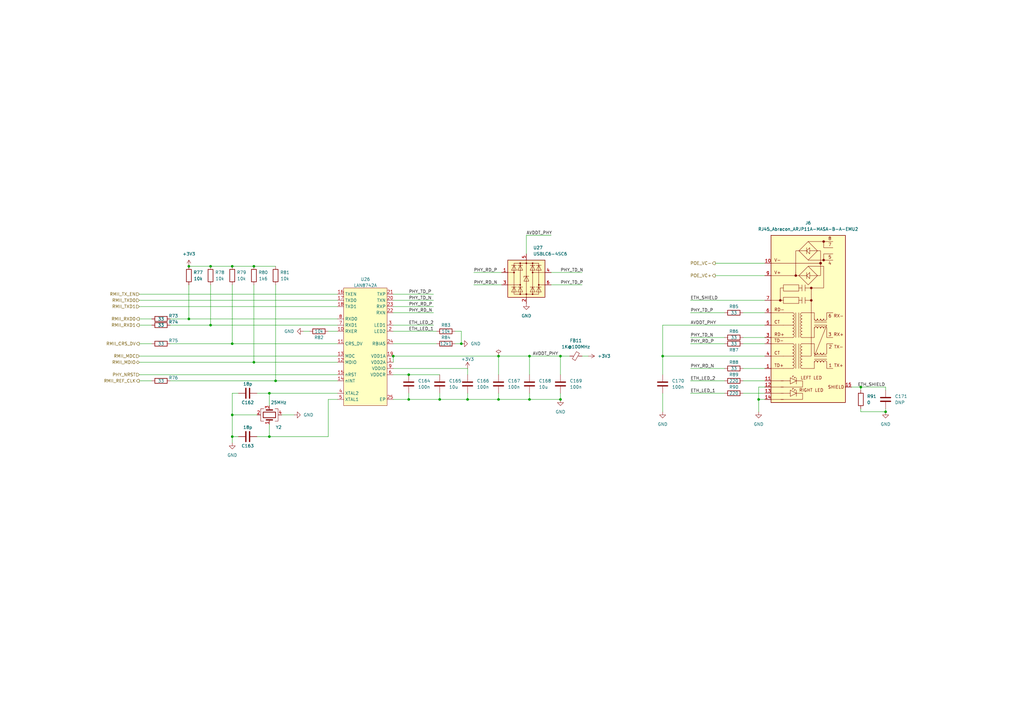
<source format=kicad_sch>
(kicad_sch (version 20211123) (generator eeschema)
  (paper "A3")
  (title_block (title "Kirdy") (date "2022-07-03") (rev "r0.1") (company "M-Labs") (comment 1 "Alex Wong Tat Hang"))
  (lib_symbols
    (symbol "Connector:RJ45_Abracon_ARJP11A-MASA-B-A-EMU2" (pin_names (offset 1.016) hide)
      (property "Reference" "J" (at 0 -38.1 0))
      (property "Value" "RJ45_Abracon_ARJP11A-MASA-B-A-EMU2" (at 0 -35.56 0))
      (symbol "RJ45_Abracon_ARJP11A-MASA-B-A-EMU2_0_0"
        (rectangle (start -15.24 -34.29) (end 15.24 34.29) (stroke (width 0.254)) (fill (type background)))
        (rectangle (start -3.81 8.89) (end -10.16 6.35))
        (polyline (pts (xy -15.24 -33.02) (xy -10.16 -33.02)))
        (polyline (pts (xy -15.24 -30.48) (xy -10.16 -30.48)))
        (polyline (pts (xy -15.24 -27.94) (xy -10.16 -27.94)))
        (polyline (pts (xy -15.24 -25.4) (xy -10.16 -25.4)))
        (polyline (pts (xy -15.24 -20.32) (xy -10.16 -20.32)))
        (polyline (pts (xy -15.24 -15.24) (xy -10.16 -15.24)))
        (polyline (pts (xy -15.24 -10.16) (xy -10.16 -10.16)))
        (polyline (pts (xy -15.24 -7.62) (xy -10.16 -7.62)))
        (polyline (pts (xy -15.24 -2.54) (xy -10.16 -2.54)))
        (polyline (pts (xy -15.24 2.54) (xy -10.16 2.54)))
        (polyline (pts (xy -15.24 22.86) (xy 5.08 22.86)))
        (polyline (pts (xy -11.43 7.62) (xy -15.24 7.62)))
        (polyline (pts (xy -11.176 -25.4) (xy -7.366 -25.4)))
        (polyline (pts (xy -10.16 7.62) (xy -11.43 7.62)))
        (polyline (pts (xy -5.08 17.78) (xy -15.24 17.78)))
        (polyline (pts (xy -5.08 17.78) (xy -3.81 17.78)))
        (polyline (pts (xy -5.08 19.05) (xy -5.08 17.78)))
        (polyline (pts (xy -3.81 7.62) (xy -2.54 7.62)))
        (polyline (pts (xy -3.81 12.7) (xy -2.54 12.7)))
        (polyline (pts (xy -2.54 8.89) (xy -2.54 6.35)))
        (polyline (pts (xy -1.27 8.89) (xy -1.27 6.35)))
        (polyline (pts (xy -1.27 13.97) (xy -1.27 11.43)))
        (polyline (pts (xy 0 21.59) (xy 6.35 21.59)))
        (polyline (pts (xy 0 24.13) (xy 10.16 24.13)))
        (polyline (pts (xy 0 31.75) (xy 10.16 31.75)))
        (polyline (pts (xy 1.27 10.16) (xy 1.27 12.7)))
        (polyline (pts (xy -10.16 12.7) (xy -11.43 12.7) (xy -11.43 7.62)))
        (polyline (pts (xy -3.81 27.94) (xy -5.08 27.94) (xy -5.08 17.78)))
        (polyline (pts (xy -1.27 12.7) (xy 0 12.7) (xy 1.27 12.7)))
        (polyline (pts (xy 1.27 12.7) (xy 6.35 12.7) (xy 6.35 21.59)))
        (polyline (pts (xy 6.35 24.13) (xy 6.35 26.67) (xy 10.16 26.67)))
        (polyline (pts (xy 6.35 31.75) (xy 6.35 29.21) (xy 10.16 29.21)))
        (polyline (pts (xy -4.826 -25.4) (xy -2.286 -25.4) (xy -2.286 -27.94) (xy -11.176 -27.94)))
        (polyline (pts (xy -2.54 -15.24) (xy -1.27 -15.24) (xy 1.27 -15.24) (xy 1.27 10.16)))
        (polyline (pts (xy 3.81 17.78) (xy 5.08 17.78) (xy 5.08 27.94) (xy 3.81 27.94)))
        (polyline (pts (xy -3.81 17.78) (xy 0 13.97) (xy 3.81 17.78) (xy 0 21.59) (xy -3.81 17.78)))
        (circle (center 1.27 7.62) (radius 0.0001) (stroke (width 0.508)))
        (text "1 TX+" (at 11.43 -19.05 0) (effects (font (size 1.27 1.27))))
        (text "2 TX-" (at 11.43 -11.43 0) (effects (font (size 1.27 1.27))))
        (text "3 RX+" (at 11.43 -6.35 0) (effects (font (size 1.27 1.27))))
        (text "4" (at 8.89 22.86 0) (effects (font (size 1.27 1.27))))
        (text "5" (at 8.89 25.4 0) (effects (font (size 1.27 1.27))))
        (text "6 RX-" (at 11.43 1.27 0) (effects (font (size 1.27 1.27))))
        (text "7" (at 8.89 30.48 0) (effects (font (size 1.27 1.27))))
        (text "8" (at 8.89 33.02 0) (effects (font (size 1.27 1.27))))
        (text "CT" (at -13.97 -1.27 0) (effects (font (size 1.27 1.27)) (justify left)))
        (text "LEFT LED" (at 1.27 -24.13 0) (effects (font (size 1.27 1.27))))
        (text "RD-" (at -13.97 3.81 0) (effects (font (size 1.27 1.27)) (justify left)))
        (text "SHIELD" (at 11.43 -27.94 0) (effects (font (size 1.27 1.27))))
        (text "V+" (at -13.97 19.05 0) (effects (font (size 1.27 1.27)) (justify left)))
        (text "V-" (at -13.97 24.13 0) (effects (font (size 1.27 1.27)) (justify left)))
      )
      (symbol "RJ45_Abracon_ARJP11A-MASA-B-A-EMU2_0_1"
        (arc (start -6.35 -16.51) (mid -5.715 -15.875) (end -6.35 -15.24))
        (arc (start -6.35 -15.24) (mid -5.715 -14.605) (end -6.35 -13.97))
        (arc (start -6.35 -13.97) (mid -6.35 -16.51) (end -6.35 -13.97))
        (arc (start -6.35 -11.43) (mid -5.715 -10.795) (end -6.35 -10.16))
        (polyline (pts (xy -6.35 -20.32) (xy -10.16 -20.32)))
        (polyline (pts (xy -6.35 -15.24) (xy -10.16 -15.24)))
        (polyline (pts (xy -6.35 -10.16) (xy -10.16 -10.16)))
        (polyline (pts (xy -6.35 -7.62) (xy -10.16 -7.62)))
        (polyline (pts (xy -6.35 -2.54) (xy -10.16 -2.54)))
        (polyline (pts (xy -6.35 2.54) (xy -10.16 2.54)))
        (polyline (pts (xy -6.096 -28.448) (xy -6.35 -28.448)))
        (polyline (pts (xy -5.334 -28.956) (xy -5.588 -28.956)))
        (polyline (pts (xy -4.826 -24.13) (xy -4.826 -26.67)))
        (polyline (pts (xy -1.27 7.62) (xy 1.27 7.62)))
        (polyline (pts (xy -0.635 17.78) (xy -3.81 17.78)))
        (polyline (pts (xy -0.635 19.05) (xy -0.635 16.51)))
        (polyline (pts (xy 0.635 17.78) (xy 3.81 17.78)))
        (polyline (pts (xy -6.604 -28.956) (xy -6.096 -28.448) (xy -6.096 -28.702)))
        (polyline (pts (xy -5.842 -29.464) (xy -5.334 -28.956) (xy -5.334 -29.21)))
        (polyline (pts (xy -7.366 -24.13) (xy -7.366 -26.67) (xy -4.826 -25.4) (xy -7.366 -24.13)))
        (polyline (pts (xy 0.635 19.05) (xy 0.635 16.51) (xy -0.635 17.78) (xy 0.635 19.05)))
      )
      (symbol "RJ45_Abracon_ARJP11A-MASA-B-A-EMU2_1_1"
        (circle (center -11.43 7.62) (radius 0.0001) (stroke (width 0.508)))
        (arc (start -6.35 -20.32) (mid -5.715 -19.685) (end -6.35 -19.05))
        (arc (start -6.35 -19.05) (mid -5.715 -18.415) (end -6.35 -17.78))
        (arc (start -6.35 -17.78) (mid -6.35 -20.32) (end -6.35 -17.78))
        (arc (start -6.35 -17.78) (mid -5.715 -17.145) (end -6.35 -16.51))
        (arc (start -6.35 -13.97) (mid -5.715 -13.335) (end -6.35 -12.7))
        (arc (start -6.35 -12.7) (mid -5.715 -12.065) (end -6.35 -11.43))
        (arc (start -6.35 -7.62) (mid -5.715 -6.985) (end -6.35 -6.35))
        (arc (start -6.35 -6.35) (mid -5.715 -5.715) (end -6.35 -5.08))
        (arc (start -6.35 -5.08) (mid -6.35 -7.62) (end -6.35 -5.08))
        (arc (start -6.35 -5.08) (mid -5.715 -4.445) (end -6.35 -3.81))
        (arc (start -6.35 -3.81) (mid -6.35 -6.35) (end -6.35 -3.81))
        (arc (start -6.35 -3.81) (mid -5.715 -3.175) (end -6.35 -2.54))
        (arc (start -6.35 -2.54) (mid -5.715 -1.905) (end -6.35 -1.27))
        (arc (start -6.35 -1.27) (mid -5.715 -0.635) (end -6.35 0))
        (arc (start -6.35 0) (mid -5.715 0.635) (end -6.35 1.27))
        (arc (start -6.35 1.27) (mid -6.35 -1.27) (end -6.35 1.27))
        (arc (start -6.35 1.27) (mid -5.715 1.905) (end -6.35 2.54))
        (circle (center -5.08 17.78) (radius 0.0001) (stroke (width 0.508)))
        (rectangle (start -3.81 13.97) (end -10.16 11.43))
        (arc (start -2.54 -19.05) (mid -3.175 -19.685) (end -2.54 -20.32))
        (arc (start -2.54 -19.05) (mid -2.54 -16.51) (end -2.54 -19.05))
        (arc (start -2.54 -17.78) (mid -3.175 -18.415) (end -2.54 -19.05))
        (arc (start -2.54 -16.51) (mid -3.175 -17.145) (end -2.54 -17.78))
        (arc (start -2.54 -15.24) (mid -3.175 -15.875) (end -2.54 -16.51))
        (arc (start -2.54 -15.24) (mid -2.54 -12.7) (end -2.54 -15.24))
        (arc (start -2.54 -13.97) (mid -3.175 -14.605) (end -2.54 -15.24))
        (arc (start -2.54 -12.7) (mid -3.175 -13.335) (end -2.54 -13.97))
        (arc (start -2.54 -11.43) (mid -3.175 -12.065) (end -2.54 -12.7))
        (arc (start -2.54 -10.16) (mid -3.175 -10.795) (end -2.54 -11.43))
        (arc (start -2.54 -6.35) (mid -3.175 -6.985) (end -2.54 -7.62))
        (arc (start -2.54 -6.35) (mid -2.54 -3.81) (end -2.54 -6.35))
        (arc (start -2.54 -5.08) (mid -3.175 -5.715) (end -2.54 -6.35))
        (arc (start -2.54 -3.81) (mid -3.175 -4.445) (end -2.54 -5.08))
        (arc (start -2.54 -3.81) (mid -2.54 -1.27) (end -2.54 -3.81))
        (arc (start -2.54 -2.54) (mid -3.175 -3.175) (end -2.54 -3.81))
        (arc (start -2.54 -1.27) (mid -3.175 -1.905) (end -2.54 -2.54))
        (arc (start -2.54 0) (mid -3.175 -0.635) (end -2.54 -1.27))
        (arc (start -2.54 0) (mid -2.54 2.54) (end -2.54 0))
        (arc (start -2.54 1.27) (mid -3.175 0.635) (end -2.54 0))
        (arc (start -2.54 2.54) (mid -3.175 1.905) (end -2.54 1.27))
        (polyline (pts (xy -11.176 -30.48) (xy -7.366 -30.48)))
        (polyline (pts (xy -6.096 -23.368) (xy -6.35 -23.368)))
        (polyline (pts (xy -5.334 -23.876) (xy -5.588 -23.876)))
        (polyline (pts (xy -5.08 -10.16) (xy -5.08 -20.32)))
        (polyline (pts (xy -5.08 2.54) (xy -5.08 -7.62)))
        (polyline (pts (xy -4.826 -29.21) (xy -4.826 -31.75)))
        (polyline (pts (xy -3.81 -20.32) (xy -3.81 -10.16)))
        (polyline (pts (xy -3.81 -7.62) (xy -3.81 2.54)))
        (polyline (pts (xy -2.54 13.97) (xy -2.54 11.43)))
        (polyline (pts (xy -0.635 27.94) (xy -3.81 27.94)))
        (polyline (pts (xy -0.635 29.21) (xy -0.635 26.67)))
        (polyline (pts (xy 0.635 27.94) (xy 3.81 27.94)))
        (polyline (pts (xy 2.54 -16.51) (xy 7.62 -16.51)))
        (polyline (pts (xy 2.54 -15.24) (xy 7.62 -2.54)))
        (polyline (pts (xy 2.54 -2.54) (xy 7.62 -2.54)))
        (polyline (pts (xy 7.62 -15.24) (xy 2.54 -15.24)))
        (polyline (pts (xy 7.62 -1.27) (xy 2.54 -1.27)))
        (polyline (pts (xy -6.604 -23.876) (xy -6.096 -23.368) (xy -6.096 -23.622)))
        (polyline (pts (xy -5.842 -24.384) (xy -5.334 -23.876) (xy -5.334 -24.13)))
        (polyline (pts (xy -2.54 -10.16) (xy 2.54 -10.16) (xy 2.54 -13.97)))
        (polyline (pts (xy -2.54 -7.62) (xy 2.54 -7.62) (xy 2.54 -3.81)))
        (polyline (pts (xy -2.54 2.54) (xy 2.54 2.54) (xy 2.54 0)))
        (polyline (pts (xy 2.54 -17.78) (xy 2.54 -20.32) (xy -2.54 -20.32)))
        (polyline (pts (xy 7.62 -17.78) (xy 7.62 -20.32) (xy 10.16 -20.32)))
        (polyline (pts (xy 7.62 -13.97) (xy 7.62 -10.16) (xy 10.16 -10.16)))
        (polyline (pts (xy 7.62 -3.81) (xy 7.62 -7.62) (xy 10.16 -7.62)))
        (polyline (pts (xy 7.62 0) (xy 7.62 2.54) (xy 10.16 2.54)))
        (polyline (pts (xy -7.366 -29.21) (xy -7.366 -31.75) (xy -4.826 -30.48) (xy -7.366 -29.21)))
        (polyline (pts (xy -4.826 -30.48) (xy -2.286 -30.48) (xy -2.286 -33.02) (xy -11.176 -33.02)))
        (polyline (pts (xy 0.635 29.21) (xy 0.635 26.67) (xy -0.635 27.94) (xy 0.635 29.21)))
        (polyline (pts (xy -3.81 27.94) (xy 0 24.13) (xy 3.81 27.94) (xy 0 31.75) (xy -3.81 27.94)))
        (circle (center 1.27 12.7) (radius 0.0001) (stroke (width 0.508)))
        (arc (start 2.54 -17.78) (mid 5.08 -17.78) (end 2.54 -17.78))
        (arc (start 2.54 -13.97) (mid 3.175 -14.605) (end 3.81 -13.97))
        (arc (start 2.54 -13.97) (mid 3.175 -14.605) (end 3.81 -13.97))
        (arc (start 2.54 -3.81) (mid 5.08 -3.81) (end 2.54 -3.81))
        (arc (start 2.54 0) (mid 3.175 -0.635) (end 3.81 0))
        (arc (start 2.54 0) (mid 3.175 -0.635) (end 3.81 0))
        (arc (start 3.81 -17.78) (mid 3.175 -17.145) (end 2.54 -17.78))
        (arc (start 3.81 -17.78) (mid 3.175 -17.145) (end 2.54 -17.78))
        (arc (start 3.81 -13.97) (mid 1.27 -13.97) (end 3.81 -13.97))
        (arc (start 3.81 -13.97) (mid 4.445 -14.605) (end 5.08 -13.97))
        (arc (start 3.81 -3.81) (mid 3.175 -3.175) (end 2.54 -3.81))
        (arc (start 3.81 -3.81) (mid 3.175 -3.175) (end 2.54 -3.81))
        (arc (start 3.81 0) (mid 1.27 0) (end 3.81 0))
        (arc (start 3.81 0) (mid 4.445 -0.635) (end 5.08 0))
        (arc (start 5.08 -17.78) (mid 4.445 -17.145) (end 3.81 -17.78))
        (arc (start 5.08 -17.78) (mid 7.62 -17.78) (end 5.08 -17.78))
        (arc (start 5.08 -13.97) (mid 5.715 -14.605) (end 6.35 -13.97))
        (arc (start 5.08 -13.97) (mid 5.715 -14.605) (end 6.35 -13.97))
        (arc (start 5.08 -3.81) (mid 4.445 -3.175) (end 3.81 -3.81))
        (arc (start 5.08 -3.81) (mid 7.62 -3.81) (end 5.08 -3.81))
        (arc (start 5.08 0) (mid 5.715 -0.635) (end 6.35 0))
        (arc (start 5.08 0) (mid 5.715 -0.635) (end 6.35 0))
        (circle (center 5.08 22.86) (radius 0.0001) (stroke (width 0.508)))
        (circle (center 5.08 22.86) (radius 0.0001) (stroke (width 0.508)))
        (arc (start 6.35 -17.78) (mid 5.715 -17.145) (end 5.08 -17.78))
        (arc (start 6.35 -17.78) (mid 5.715 -17.145) (end 5.08 -17.78))
        (arc (start 6.35 -13.97) (mid 3.81 -13.97) (end 6.35 -13.97))
        (arc (start 6.35 -13.97) (mid 6.985 -14.605) (end 7.62 -13.97))
        (arc (start 6.35 -3.81) (mid 5.715 -3.175) (end 5.08 -3.81))
        (arc (start 6.35 -3.81) (mid 5.715 -3.175) (end 5.08 -3.81))
        (arc (start 6.35 0) (mid 3.81 0) (end 6.35 0))
        (arc (start 6.35 0) (mid 6.985 -0.635) (end 7.62 0))
        (circle (center 6.35 24.13) (radius 0.0001) (stroke (width 0.508)))
        (circle (center 6.35 31.75) (radius 0.0001) (stroke (width 0.508)))
        (arc (start 7.62 -17.78) (mid 6.985 -17.145) (end 6.35 -17.78))
        (arc (start 7.62 -3.81) (mid 6.985 -3.175) (end 6.35 -3.81))
        (text "CT" (at -13.97 -13.97 0) (effects (font (size 1.27 1.27)) (justify left)))
        (text "RD+" (at -13.97 -6.35 0) (effects (font (size 1.27 1.27)) (justify left)))
        (text "RIGHT LED" (at 1.27 -29.21 0) (effects (font (size 1.27 1.27))))
        (text "TD+" (at -13.97 -19.05 0) (effects (font (size 1.27 1.27)) (justify left)))
        (text "TD-" (at -13.97 -8.89 0) (effects (font (size 1.27 1.27)) (justify left)))
        (pin passive line (at -17.78 -20.32 0) (length 2.54) (name "TD+") (number "1"))
        (pin power_out line (at -17.78 22.86 0) (length 2.54) (name "V-") (number "10"))
        (pin passive line (at -17.78 -25.4 0) (length 2.54) (name "LLED+") (number "11"))
        (pin passive line (at -17.78 -27.94 0) (length 2.54) (name "LLED-") (number "12"))
        (pin passive line (at -17.78 -30.48 0) (length 2.54) (name "RLED+") (number "13"))
        (pin passive line (at -17.78 -33.02 0) (length 2.54) (name "RLED-") (number "14"))
        (pin passive line (at 17.78 -27.94 180) (length 2.54) (name "SHIELD") (number "15"))
        (pin passive line (at -17.78 -10.16 0) (length 2.54) (name "TD-") (number "2"))
        (pin passive line (at -17.78 -7.62 0) (length 2.54) (name "RD+") (number "3"))
        (pin passive line (at -17.78 -15.24 0) (length 2.54) (name "CT") (number "4"))
        (pin passive line (at -17.78 -2.54 0) (length 2.54) (name "CT") (number "5"))
        (pin passive line (at -17.78 2.54 0) (length 2.54) (name "RD-") (number "6"))
        (pin passive line (at -17.78 7.62 0) (length 2.54) (name "7") (number "7"))
        (pin power_out line (at -17.78 17.78 0) (length 2.54) (name "V+") (number "9"))
      )
    )
    (symbol "Device:C" (pin_numbers hide) (pin_names (offset 0.254))
      (property "Reference" "C" (at 0.635 2.54 0))
      (property "Value" "C" (at 0.635 -2.54 0))
      (symbol "C_0_1"
        (polyline (pts (xy -2.032 -0.762) (xy 2.032 -0.762)) (stroke (width 0.508)))
        (polyline (pts (xy -2.032 0.762) (xy 2.032 0.762)) (stroke (width 0.508)))
      )
      (symbol "C_1_1"
        (pin passive line (at 0 3.81 270) (length 2.794) (name "~") (number "1"))
        (pin passive line (at 0 -3.81 90) (length 2.794) (name "~") (number "2"))
      )
    )
    (symbol "Device:Crystal_GND24" (pin_names (offset 1.016) hide)
      (property "Reference" "Y" (at 3.175 5.08 0))
      (property "Value" "Crystal_GND24" (at 3.175 3.175 0))
      (symbol "Crystal_GND24_0_1"
        (rectangle (start -1.143 2.54) (end 1.143 -2.54) (stroke (width 0.3048)))
        (polyline (pts (xy -2.54 0) (xy -2.032 0)))
        (polyline (pts (xy -2.032 -1.27) (xy -2.032 1.27)) (stroke (width 0.508)))
        (polyline (pts (xy 0 -3.81) (xy 0 -3.556)))
        (polyline (pts (xy 0 3.556) (xy 0 3.81)))
        (polyline (pts (xy 2.032 -1.27) (xy 2.032 1.27)) (stroke (width 0.508)))
        (polyline (pts (xy 2.032 0) (xy 2.54 0)))
        (polyline (pts (xy -2.54 -2.286) (xy -2.54 -3.556) (xy 2.54 -3.556) (xy 2.54 -2.286)))
        (polyline (pts (xy -2.54 2.286) (xy -2.54 3.556) (xy 2.54 3.556) (xy 2.54 2.286)))
      )
      (symbol "Crystal_GND24_1_1"
        (pin passive line (at -3.81 0 0) (length 1.27) (name "1") (number "1"))
        (pin passive line (at 0 5.08 270) (length 1.27) (name "2") (number "2"))
        (pin passive line (at 3.81 0 180) (length 1.27) (name "3") (number "3"))
        (pin passive line (at 0 -5.08 90) (length 1.27) (name "4") (number "4"))
      )
    )
    (symbol "Device:FerriteBead_Small" (pin_numbers hide) (pin_names (offset 0))
      (property "Reference" "FB" (at 1.905 1.27 0))
      (property "Value" "FerriteBead_Small" (at 1.905 -1.27 0))
      (symbol "FerriteBead_Small_0_1"
        (polyline (pts (xy 0 -1.27) (xy 0 -0.7874)))
        (polyline (pts (xy 0 0.889) (xy 0 1.2954)))
        (polyline (pts (xy -1.8288 0.2794) (xy -1.1176 1.4986) (xy 1.8288 -0.2032) (xy 1.1176 -1.4224) (xy -1.8288 0.2794)))
      )
      (symbol "FerriteBead_Small_1_1"
        (pin passive line (at 0 2.54 270) (length 1.27) (name "~") (number "1"))
        (pin passive line (at 0 -2.54 90) (length 1.27) (name "~") (number "2"))
      )
    )
    (symbol "Device:R" (pin_numbers hide) (pin_names (offset 0))
      (property "Reference" "R" (at 2.032 0 90))
      (property "Value" "R" (at 0 0 90))
      (symbol "R_0_1"
        (rectangle (start -1.016 -2.54) (end 1.016 2.54) (stroke (width 0.254)))
      )
      (symbol "R_1_1"
        (pin passive line (at 0 3.81 270) (length 1.27) (name "~") (number "1"))
        (pin passive line (at 0 -3.81 90) (length 1.27) (name "~") (number "2"))
      )
    )
    (symbol "Power_Protection:USBLC6-4SC6" (pin_names hide)
      (property "Reference" "U" (at 2.54 8.89 0))
      (property "Value" "USBLC6-4SC6" (at 2.54 -8.89 0))
      (symbol "USBLC6-4SC6_0_1"
        (rectangle (start -7.62 -7.62) (end 7.62 7.62) (stroke (width 0.254)) (fill (type background)))
        (circle (center -5.08 2.54) (radius 0.254) (fill (type outline)))
        (circle (center -2.54 -6.35) (radius 0.254) (fill (type outline)))
        (circle (center -2.54 -2.54) (radius 0.254) (fill (type outline)))
        (circle (center -2.54 6.35) (radius 0.254) (fill (type outline)))
        (rectangle (start -2.54 6.35) (end 2.54 -6.35))
        (circle (center 0 -6.35) (radius 0.254) (fill (type outline)))
        (polyline (pts (xy -5.08 2.54) (xy -7.62 2.54)))
        (polyline (pts (xy -4.064 -3.429) (xy -6.096 -3.429)))
        (polyline (pts (xy -4.064 5.461) (xy -6.096 5.461)))
        (polyline (pts (xy -2.54 -2.54) (xy -7.62 -2.54)))
        (polyline (pts (xy -1.524 -3.429) (xy -3.556 -3.429)))
        (polyline (pts (xy -1.524 5.461) (xy -3.556 5.461)))
        (polyline (pts (xy 0 -7.62) (xy 0 -6.35)))
        (polyline (pts (xy 0 -6.35) (xy 0 1.27)))
        (polyline (pts (xy 0 1.27) (xy 0 6.35)))
        (polyline (pts (xy 0 6.35) (xy 0 7.62)))
        (polyline (pts (xy 1.524 -3.429) (xy 3.556 -3.429)))
        (polyline (pts (xy 1.524 5.461) (xy 3.556 5.461)))
        (polyline (pts (xy 2.54 2.54) (xy 7.62 2.54)))
        (polyline (pts (xy 4.064 -3.429) (xy 6.096 -3.429)))
        (polyline (pts (xy 4.064 5.461) (xy 6.096 5.461)))
        (polyline (pts (xy 5.08 -2.54) (xy 7.62 -2.54)))
        (polyline (pts (xy -6.096 -5.461) (xy -4.064 -5.461) (xy -5.08 -3.429) (xy -6.096 -5.461)))
        (polyline (pts (xy -6.096 3.429) (xy -4.064 3.429) (xy -5.08 5.461) (xy -6.096 3.429)))
        (polyline (pts (xy -3.556 -5.461) (xy -1.524 -5.461) (xy -2.54 -3.429) (xy -3.556 -5.461)))
        (polyline (pts (xy -3.556 3.429) (xy -1.524 3.429) (xy -2.54 5.461) (xy -3.556 3.429)))
        (polyline (pts (xy -2.54 6.35) (xy -5.08 6.35) (xy -5.08 -6.35) (xy -2.54 -6.35)))
        (polyline (pts (xy -1.016 -1.016) (xy 1.016 -1.016) (xy 0 1.016) (xy -1.016 -1.016)))
        (polyline (pts (xy 1.016 1.016) (xy 0.762 1.016) (xy -1.016 1.016) (xy -1.016 0.508)))
        (polyline (pts (xy 2.54 6.35) (xy 5.08 6.35) (xy 5.08 -6.35) (xy 2.54 -6.35)))
        (polyline (pts (xy 3.556 -5.461) (xy 1.524 -5.461) (xy 2.54 -3.429) (xy 3.556 -5.461)))
        (polyline (pts (xy 3.556 3.429) (xy 1.524 3.429) (xy 2.54 5.461) (xy 3.556 3.429)))
        (polyline (pts (xy 6.096 -5.461) (xy 4.064 -5.461) (xy 5.08 -3.429) (xy 6.096 -5.461)))
        (polyline (pts (xy 6.096 3.429) (xy 4.064 3.429) (xy 5.08 5.461) (xy 6.096 3.429)))
        (circle (center 0 6.35) (radius 0.254) (fill (type outline)))
        (circle (center 2.54 -6.35) (radius 0.254) (fill (type outline)))
        (circle (center 2.54 2.54) (radius 0.254) (fill (type outline)))
        (circle (center 2.54 6.35) (radius 0.254) (fill (type outline)))
        (circle (center 5.08 -2.54) (radius 0.254) (fill (type outline)))
      )
      (symbol "USBLC6-4SC6_1_1"
        (pin passive line (at -10.16 2.54 0) (length 2.54) (name "I/O1") (number "1"))
        (pin passive line (at 0 -10.16 90) (length 2.54) (name "GND") (number "2"))
        (pin passive line (at -10.16 -2.54 0) (length 2.54) (name "I/O2") (number "3"))
        (pin passive line (at 10.16 2.54 180) (length 2.54) (name "I/O3") (number "4"))
        (pin passive line (at 0 10.16 270) (length 2.54) (name "VBUS") (number "5"))
        (pin passive line (at 10.16 -2.54 180) (length 2.54) (name "I/O4") (number "6"))
      )
    )
    (symbol "kirdy:LAN8742A"
      (property "Reference" "U" (at 0 -30.48 0))
      (property "Value" "LAN8742A" (at 0 -27.94 0))
      (symbol "LAN8742A_0_0"
        (pin power_in line (at 10.16 -7.62 180) (length 2.54) (name "VDD2A") (number "1"))
        (pin bidirectional line (at -12.7 5.08 0) (length 2.54) (name "RXER") (number "10"))
        (pin output line (at -12.7 0 0) (length 2.54) (name "CRS_DV") (number "11"))
        (pin bidirectional line (at -12.7 -7.62 0) (length 2.54) (name "MDIO") (number "12"))
        (pin input line (at -12.7 -5.08 0) (length 2.54) (name "MDC") (number "13"))
        (pin output line (at -12.7 -15.24 0) (length 2.54) (name "nINT") (number "14"))
        (pin input line (at -12.7 -12.7 0) (length 2.54) (name "nRST") (number "15"))
        (pin input line (at -12.7 20.32 0) (length 2.54) (name "TXEN") (number "16"))
        (pin input line (at -12.7 17.78 0) (length 2.54) (name "TXD0") (number "17"))
        (pin input line (at -12.7 15.24 0) (length 2.54) (name "TXD1") (number "18"))
        (pin power_in line (at 10.16 -5.08 180) (length 2.54) (name "VDD1A") (number "19"))
        (pin output line (at 10.16 5.08 180) (length 2.54) (name "LED2") (number "2"))
        (pin bidirectional line (at 10.16 17.78 180) (length 2.54) (name "TXN") (number "20"))
        (pin bidirectional line (at 10.16 20.32 180) (length 2.54) (name "TXP") (number "21"))
        (pin bidirectional line (at 10.16 12.7 180) (length 2.54) (name "RXN") (number "22"))
        (pin bidirectional line (at 10.16 15.24 180) (length 2.54) (name "RXP") (number "23"))
        (pin passive line (at 10.16 0 180) (length 2.54) (name "RBIAS") (number "24"))
        (pin power_in line (at 10.16 -22.86 180) (length 2.54) (name "EP") (number "25"))
        (pin output line (at 10.16 7.62 180) (length 2.54) (name "LED1") (number "3"))
        (pin input line (at -12.7 -20.32 0) (length 2.54) (name "XTAL2") (number "4"))
        (pin input line (at -12.7 -22.86 0) (length 2.54) (name "XTAL1") (number "5"))
        (pin passive line (at 10.16 -12.7 180) (length 2.54) (name "VDDCR") (number "6"))
        (pin output line (at -12.7 7.62 0) (length 2.54) (name "RXD1") (number "7"))
        (pin output line (at -12.7 10.16 0) (length 2.54) (name "RXD0") (number "8"))
        (pin power_in line (at 10.16 -10.16 180) (length 2.54) (name "VDDIO") (number "9"))
      )
      (symbol "LAN8742A_0_1"
        (rectangle (start -10.16 22.86) (end 7.62 -25.4) (fill (type background)))
      )
    )
    (symbol "power:+3V3" (power) (pin_names (offset 0))
      (property "Value" "+3V3" (at 0 3.556 0))
      (symbol "+3V3_0_1"
        (polyline (pts (xy -0.762 1.27) (xy 0 2.54)))
        (polyline (pts (xy 0 0) (xy 0 2.54)))
        (polyline (pts (xy 0 2.54) (xy 0.762 1.27)))
      )
      (symbol "+3V3_1_1"
        (pin power_in line (at 0 0 90) (length 0) hide (name "+3V3") (number "1"))
      )
    )
    (symbol "power:GND" (power) (pin_names (offset 0))
      (property "Value" "GND" (at 0 -3.81 0))
      (symbol "GND_0_1"
        (polyline (pts (xy 0 0) (xy 0 -1.27) (xy 1.27 -1.27) (xy 0 -2.54) (xy -1.27 -1.27) (xy 0 -1.27)))
      )
      (symbol "GND_1_1"
        (pin power_in line (at 0 0 270) (length 0) hide (name "GND") (number "1"))
      )
    )
    (symbol "power:PWR_FLAG" (power) (pin_numbers hide) (pin_names (offset 0) hide)
      (property "Value" "PWR_FLAG" (at 0 3.81 0))
      (symbol "PWR_FLAG_0_0"
        (pin power_out line (at 0 0 90) (length 0) (name "pwr") (number "1"))
      )
      (symbol "PWR_FLAG_0_1"
        (polyline (pts (xy 0 0) (xy 0 1.27) (xy -1.016 1.905) (xy 0 2.54) (xy 1.016 1.905) (xy 0 1.27)))
      )
    )
  )
  (junction (at 191.77 163.83))
  (junction (at 95.25 179.07))
  (junction (at 363.22 168.91))
  (junction (at 77.47 130.81))
  (junction (at 311.15 163.83))
  (junction (at 104.14 109.22))
  (junction (at 204.47 146.05))
  (junction (at 104.14 148.59))
  (junction (at 180.34 163.83))
  (junction (at 217.17 146.05))
  (junction (at 95.25 109.22))
  (junction (at 77.47 109.22))
  (junction (at 86.36 133.35))
  (junction (at 113.03 156.21))
  (junction (at 271.78 146.05))
  (junction (at 353.06 158.75))
  (junction (at 189.23 140.97))
  (junction (at 204.47 163.83))
  (junction (at 167.64 163.83))
  (junction (at 95.25 170.18))
  (junction (at 229.87 163.83))
  (junction (at 110.49 179.07))
  (junction (at 167.64 153.67))
  (junction (at 95.25 140.97))
  (junction (at 229.87 146.05))
  (junction (at 217.17 163.83))
  (junction (at 86.36 109.22))
  (junction (at 110.49 161.29))
  (junction (at 161.29 146.05))
  (wire (pts (xy 238.76 146.05) (xy 241.3 146.05)))
  (wire (pts (xy 95.25 109.22) (xy 104.14 109.22)))
  (wire (pts (xy 57.15 148.59) (xy 104.14 148.59)))
  (wire (pts (xy 180.34 161.29) (xy 180.34 163.83)))
  (wire (pts (xy 283.21 138.43) (xy 297.18 138.43)))
  (wire (pts (xy 304.8 138.43) (xy 313.69 138.43)))
  (wire (pts (xy 353.06 158.75) (xy 353.06 160.02)))
  (wire (pts (xy 204.47 161.29) (xy 204.47 163.83)))
  (wire (pts (xy 161.29 140.97) (xy 179.07 140.97)))
  (wire (pts (xy 189.23 135.89) (xy 189.23 140.97)))
  (wire (pts (xy 161.29 128.27) (xy 177.8 128.27)))
  (wire (pts (xy 57.15 130.81) (xy 62.23 130.81)))
  (wire (pts (xy 204.47 163.83) (xy 217.17 163.83)))
  (wire (pts (xy 349.25 158.75) (xy 353.06 158.75)))
  (wire (pts (xy 77.47 116.84) (xy 77.47 130.81)))
  (wire (pts (xy 57.15 133.35) (xy 62.23 133.35)))
  (wire (pts (xy 194.31 116.84) (xy 205.74 116.84)))
  (wire (pts (xy 271.78 146.05) (xy 313.69 146.05)))
  (wire (pts (xy 95.25 116.84) (xy 95.25 140.97)))
  (wire (pts (xy 311.15 158.75) (xy 311.15 163.83)))
  (wire (pts (xy 283.21 161.29) (xy 297.18 161.29)))
  (wire (pts (xy 95.25 170.18) (xy 105.41 170.18)))
  (wire (pts (xy 134.62 163.83) (xy 138.43 163.83)))
  (wire (pts (xy 271.78 168.91) (xy 271.78 161.29)))
  (wire (pts (xy 105.41 179.07) (xy 110.49 179.07)))
  (wire (pts (xy 95.25 170.18) (xy 95.25 161.29)))
  (wire (pts (xy 353.06 168.91) (xy 363.22 168.91)))
  (wire (pts (xy 194.31 111.76) (xy 205.74 111.76)))
  (wire (pts (xy 167.64 153.67) (xy 180.34 153.67)))
  (wire (pts (xy 110.49 161.29) (xy 138.43 161.29)))
  (wire (pts (xy 304.8 156.21) (xy 313.69 156.21)))
  (wire (pts (xy 113.03 156.21) (xy 138.43 156.21)))
  (wire (pts (xy 161.29 146.05) (xy 161.29 148.59)))
  (wire (pts (xy 115.57 170.18) (xy 120.65 170.18)))
  (wire (pts (xy 229.87 146.05) (xy 229.87 153.67)))
  (wire (pts (xy 293.37 113.03) (xy 313.69 113.03)))
  (wire (pts (xy 167.64 163.83) (xy 180.34 163.83)))
  (wire (pts (xy 191.77 163.83) (xy 204.47 163.83)))
  (wire (pts (xy 86.36 133.35) (xy 138.43 133.35)))
  (wire (pts (xy 217.17 161.29) (xy 217.17 163.83)))
  (wire (pts (xy 57.15 156.21) (xy 62.23 156.21)))
  (wire (pts (xy 69.85 140.97) (xy 95.25 140.97)))
  (wire (pts (xy 186.69 140.97) (xy 189.23 140.97)))
  (wire (pts (xy 95.25 181.61) (xy 95.25 179.07)))
  (wire (pts (xy 229.87 163.83) (xy 229.87 161.29)))
  (wire (pts (xy 283.21 156.21) (xy 297.18 156.21)))
  (wire (pts (xy 161.29 120.65) (xy 177.8 120.65)))
  (wire (pts (xy 229.87 146.05) (xy 233.68 146.05)))
  (wire (pts (xy 57.15 146.05) (xy 138.43 146.05)))
  (wire (pts (xy 191.77 161.29) (xy 191.77 163.83)))
  (wire (pts (xy 217.17 146.05) (xy 229.87 146.05)))
  (wire (pts (xy 161.29 146.05) (xy 204.47 146.05)))
  (wire (pts (xy 271.78 146.05) (xy 271.78 153.67)))
  (wire (pts (xy 113.03 116.84) (xy 113.03 156.21)))
  (wire (pts (xy 57.15 140.97) (xy 62.23 140.97)))
  (wire (pts (xy 161.29 153.67) (xy 167.64 153.67)))
  (wire (pts (xy 57.15 153.67) (xy 138.43 153.67)))
  (wire (pts (xy 215.9 96.52) (xy 226.06 96.52)))
  (wire (pts (xy 313.69 133.35) (xy 271.78 133.35)))
  (wire (pts (xy 57.15 120.65) (xy 138.43 120.65)))
  (wire (pts (xy 161.29 163.83) (xy 167.64 163.83)))
  (wire (pts (xy 134.62 135.89) (xy 138.43 135.89)))
  (wire (pts (xy 161.29 135.89) (xy 179.07 135.89)))
  (wire (pts (xy 95.25 179.07) (xy 97.79 179.07)))
  (wire (pts (xy 186.69 135.89) (xy 189.23 135.89)))
  (wire (pts (xy 226.06 111.76) (xy 238.76 111.76)))
  (wire (pts (xy 304.8 128.27) (xy 313.69 128.27)))
  (wire (pts (xy 86.36 109.22) (xy 95.25 109.22)))
  (wire (pts (xy 226.06 116.84) (xy 238.76 116.84)))
  (wire (pts (xy 95.25 161.29) (xy 97.79 161.29)))
  (wire (pts (xy 283.21 123.19) (xy 313.69 123.19)))
  (wire (pts (xy 311.15 168.91) (xy 311.15 163.83)))
  (wire (pts (xy 77.47 130.81) (xy 138.43 130.81)))
  (wire (pts (xy 110.49 179.07) (xy 134.62 179.07)))
  (wire (pts (xy 86.36 116.84) (xy 86.36 133.35)))
  (wire (pts (xy 283.21 128.27) (xy 297.18 128.27)))
  (wire (pts (xy 95.25 179.07) (xy 95.25 170.18)))
  (wire (pts (xy 304.8 161.29) (xy 313.69 161.29)))
  (wire (pts (xy 363.22 158.75) (xy 363.22 160.02)))
  (wire (pts (xy 161.29 151.13) (xy 191.77 151.13)))
  (wire (pts (xy 363.22 167.64) (xy 363.22 168.91)))
  (wire (pts (xy 104.14 148.59) (xy 138.43 148.59)))
  (wire (pts (xy 110.49 166.37) (xy 110.49 161.29)))
  (wire (pts (xy 95.25 140.97) (xy 138.43 140.97)))
  (wire (pts (xy 204.47 146.05) (xy 204.47 153.67)))
  (wire (pts (xy 57.15 125.73) (xy 138.43 125.73)))
  (wire (pts (xy 217.17 146.05) (xy 217.17 153.67)))
  (wire (pts (xy 104.14 109.22) (xy 113.03 109.22)))
  (wire (pts (xy 110.49 173.99) (xy 110.49 179.07)))
  (wire (pts (xy 304.8 140.97) (xy 313.69 140.97)))
  (wire (pts (xy 134.62 179.07) (xy 134.62 163.83)))
  (wire (pts (xy 161.29 133.35) (xy 177.8 133.35)))
  (wire (pts (xy 69.85 130.81) (xy 77.47 130.81)))
  (wire (pts (xy 283.21 140.97) (xy 297.18 140.97)))
  (wire (pts (xy 69.85 133.35) (xy 86.36 133.35)))
  (wire (pts (xy 180.34 163.83) (xy 191.77 163.83)))
  (wire (pts (xy 161.29 123.19) (xy 177.8 123.19)))
  (wire (pts (xy 204.47 146.05) (xy 217.17 146.05)))
  (wire (pts (xy 311.15 163.83) (xy 313.69 163.83)))
  (wire (pts (xy 161.29 125.73) (xy 177.8 125.73)))
  (wire (pts (xy 304.8 151.13) (xy 313.69 151.13)))
  (wire (pts (xy 69.85 156.21) (xy 113.03 156.21)))
  (wire (pts (xy 105.41 161.29) (xy 110.49 161.29)))
  (wire (pts (xy 293.37 107.95) (xy 313.69 107.95)))
  (wire (pts (xy 215.9 96.52) (xy 215.9 104.14)))
  (wire (pts (xy 271.78 133.35) (xy 271.78 146.05)))
  (wire (pts (xy 217.17 163.83) (xy 229.87 163.83)))
  (wire (pts (xy 313.69 158.75) (xy 311.15 158.75)))
  (wire (pts (xy 353.06 158.75) (xy 363.22 158.75)))
  (wire (pts (xy 353.06 167.64) (xy 353.06 168.91)))
  (wire (pts (xy 77.47 109.22) (xy 86.36 109.22)))
  (wire (pts (xy 283.21 151.13) (xy 297.18 151.13)))
  (wire (pts (xy 104.14 116.84) (xy 104.14 148.59)))
  (wire (pts (xy 191.77 151.13) (xy 191.77 153.67)))
  (wire (pts (xy 167.64 161.29) (xy 167.64 163.83)))
  (wire (pts (xy 124.46 135.89) (xy 127 135.89)))
  (wire (pts (xy 57.15 123.19) (xy 138.43 123.19)))
  (label "PHY_TD_P" (at 167.64 120.65 0))
  (label "PHY_TD_P" (at 283.21 128.27 0))
  (label "PHY_RD_N" (at 283.21 151.13 0))
  (label "AVDDT_PHY" (at 215.9 96.52 0))
  (label "PHY_RD_P" (at 283.21 140.97 0))
  (label "ETH_SHIELD" (at 283.21 123.19 0))
  (label "ETH_LED_1" (at 283.21 161.29 0))
  (label "PHY_TD_N" (at 167.64 123.19 0))
  (label "PHY_RD_P" (at 167.64 125.73 0))
  (label "PHY_TD_N" (at 229.87 111.76 0))
  (label "PHY_TD_N" (at 283.21 138.43 0))
  (label "PHY_RD_N" (at 167.64 128.27 0))
  (label "ETH_LED_2" (at 167.64 133.35 0))
  (label "PHY_RD_P" (at 194.31 111.76 0))
  (label "AVDDT_PHY" (at 283.21 133.35 0))
  (label "AVDDT_PHY" (at 218.44 146.05 0))
  (label "ETH_LED_2" (at 283.21 156.21 0))
  (label "PHY_RD_N" (at 194.31 116.84 0))
  (label "ETH_LED_1" (at 167.64 135.89 0))
  (label "PHY_TD_P" (at 229.87 116.84 0))
  (label "ETH_SHIELD" (at 351.79 158.75 0))
  (hierarchical_label "RMII_MDC" (shape input) (at 57.15 146.05 180))
  (hierarchical_label "RMII_TXD1" (shape input) (at 57.15 125.73 180))
  (hierarchical_label "RMII_RXD1" (shape output) (at 57.15 133.35 180))
  (hierarchical_label "RMII_RXD0" (shape output) (at 57.15 130.81 180))
  (hierarchical_label "RMII_CRS_DV" (shape output) (at 57.15 140.97 180))
  (hierarchical_label "RMII_MDIO" (shape bidirectional) (at 57.15 148.59 180))
  (hierarchical_label "RMII_REF_CLK" (shape output) (at 57.15 156.21 180))
  (hierarchical_label "POE_VC-" (shape output) (at 293.37 107.95 180))
  (hierarchical_label "RMII_TX_EN" (shape input) (at 57.15 120.65 180))
  (hierarchical_label "PHY_NRST" (shape input) (at 57.15 153.67 180))
  (hierarchical_label "POE_VC+" (shape output) (at 293.37 113.03 180))
  (hierarchical_label "RMII_TXD0" (shape input) (at 57.15 123.19 180))
  (symbol (lib_id "Device:C") (at 167.64 157.48 0) (unit 1)
    (property "Reference" "C164" (at 171.45 156.2099 0) (effects (justify left)))
    (property "Value" "100n" (at 171.45 158.7499 0) (effects (justify left)))
    (property "Footprint" "Capacitor_SMD:C_0603_1608Metric" (effects hide))
    (property "MFR_PN" "CL10B104KB8NNWC" (effects hide))
    (property "MFR_PN_ALT" "CL10B104KB8NNNL" (effects hide))
  )
  (symbol (lib_id "Device:C") (at 180.34 157.48 0) (unit 1)
    (property "Reference" "C165" (at 184.15 156.2099 0) (effects (justify left)))
    (property "Value" "10u" (at 184.15 158.7499 0) (effects (justify left)))
    (property "Footprint" "Capacitor_SMD:C_0805_2012Metric" (effects hide))
    (property "MFR_PN" "CL21B106KOQNNNG" (effects hide))
    (property "MFR_PN_ALT" "CL21B106KOQNNNE" (effects hide))
  )
  (symbol (lib_id "Device:C") (at 204.47 157.48 0) (unit 1)
    (property "Reference" "C167" (at 208.28 156.2099 0) (effects (justify left)))
    (property "Value" "100n" (at 208.28 158.7499 0) (effects (justify left)))
    (property "Footprint" "Capacitor_SMD:C_0603_1608Metric" (effects hide))
    (property "MFR_PN" "CL10B104KB8NNWC" (effects hide))
    (property "MFR_PN_ALT" "CL10B104KB8NNNL" (effects hide))
  )
  (symbol (lib_id "power:GND") (at 95.25 181.61 0) (unit 1)
    (property "Reference" "#PWR0142" (effects hide))
    (property "Value" "GND" (at 95.25 186.69 0))
  )
  (symbol (lib_id "Device:R") (at 113.03 113.03 180) (unit 1)
    (property "Reference" "R81" (at 116.84 111.76 0))
    (property "Value" "10k" (at 116.84 114.3 0))
    (property "Footprint" "Resistor_SMD:R_0603_1608Metric" (effects hide))
    (property "MFR_PN" "RNCP0603FTD10K0" (effects hide))
    (property "MFR_PN_ALT" "RMCF0603FT10K0" (effects hide))
  )
  (symbol (lib_id "Device:R") (at 182.88 140.97 90) (unit 1)
    (property "Reference" "R84" (at 182.88 138.43 90))
    (property "Value" "12k1" (at 182.88 140.97 90))
    (property "Footprint" "Resistor_SMD:R_0603_1608Metric" (effects hide))
    (property "MFR_PN" "RNCP0603FTD12K1" (effects hide))
    (property "MFR_PN_ALT" "CR0603-FX-1212ELF" (effects hide))
  )
  (symbol (lib_id "Device:R") (at 300.99 161.29 90) (unit 1)
    (property "Reference" "R90" (at 300.99 158.75 90))
    (property "Value" "220" (at 300.99 161.29 90))
    (property "Footprint" "Resistor_SMD:R_0603_1608Metric" (effects hide))
    (property "MFR_PN" "WR06X2200FTL" (effects hide))
    (property "MFR_PN_ALT" "CRGCQ0603F220R" (effects hide))
  )
  (symbol (lib_id "Device:R") (at 77.47 113.03 180) (unit 1)
    (property "Reference" "R77" (at 81.28 111.76 0))
    (property "Value" "10k" (at 81.28 114.3 0))
    (property "Footprint" "Resistor_SMD:R_0603_1608Metric" (effects hide))
    (property "MFR_PN" "RNCP0603FTD10K0" (effects hide))
    (property "MFR_PN_ALT" "RMCF0603FT10K0" (effects hide))
  )
  (symbol (lib_id "Device:R") (at 130.81 135.89 90) (unit 1)
    (property "Reference" "R82" (at 130.81 138.43 90))
    (property "Value" "10k" (at 130.81 135.89 90))
    (property "Footprint" "Resistor_SMD:R_0603_1608Metric" (effects hide))
    (property "MFR_PN" "RNCP0603FTD10K0" (effects hide))
    (property "MFR_PN_ALT" "RMCF0603FT10K0" (effects hide))
  )
  (symbol (lib_id "Device:R") (at 66.04 156.21 90) (unit 1)
    (property "Reference" "R76" (at 71.12 154.94 90))
    (property "Value" "33" (at 66.04 156.21 90))
    (property "Footprint" "Resistor_SMD:R_0603_1608Metric" (effects hide))
    (property "MFR_PN" "RC0603FR-0733RL" (effects hide))
    (property "MFR_PN_ALT" "CRGCQ0603F33R" (effects hide))
  )
  (symbol (lib_id "power:GND") (at 271.78 168.91 0) (unit 1)
    (property "Reference" "#PWR0149" (effects hide))
    (property "Value" "GND" (at 271.78 173.99 0))
  )
  (symbol (lib_id "power:+3V3") (at 77.47 109.22 0) (unit 1)
    (property "Reference" "#PWR0141" (effects hide))
    (property "Value" "+3V3" (at 77.47 104.14 0))
  )
  (symbol (lib_id "power:GND") (at 311.15 168.91 0) (unit 1)
    (property "Reference" "#PWR0150" (effects hide))
    (property "Value" "GND" (at 311.15 173.99 0))
  )
  (symbol (lib_id "Device:C") (at 363.22 163.83 0) (unit 1)
    (property "Reference" "C171" (at 367.03 162.5599 0) (effects (justify left)))
    (property "Value" "DNP" (at 367.03 165.0999 0) (effects (justify left)))
    (property "Footprint" "Capacitor_SMD:C_1206_3216Metric" (effects hide))
    (property "MFR_PN" "12067C472KAT2A" (effects hide))
    (property "MFR_PN_ALT" "1206B472K501NT" (effects hide))
  )
  (symbol (lib_id "power:GND") (at 124.46 135.89 270) (unit 1)
    (property "Reference" "#PWR0144" (effects hide))
    (property "Value" "GND" (at 120.65 135.8899 90) (effects (justify right)))
  )
  (symbol (lib_id "Device:R") (at 300.99 156.21 90) (unit 1)
    (property "Reference" "R89" (at 300.99 153.67 90))
    (property "Value" "220" (at 300.99 156.21 90))
    (property "Footprint" "Resistor_SMD:R_0603_1608Metric" (effects hide))
    (property "MFR_PN" "WR06X2200FTL" (effects hide))
    (property "MFR_PN_ALT" "CRGCQ0603F220R" (effects hide))
  )
  (symbol (lib_id "power:+3V3") (at 191.77 151.13 0) (unit 1)
    (property "Reference" "#PWR0161" (effects hide))
    (property "Value" "+3V3" (at 191.77 147.32 0))
  )
  (symbol (lib_id "Device:R") (at 300.99 128.27 90) (unit 1)
    (property "Reference" "R85" (at 300.99 125.73 90))
    (property "Value" "33" (at 300.99 128.27 90))
    (property "Footprint" "Resistor_SMD:R_0603_1608Metric" (effects hide))
    (property "MFR_PN" "RC0603FR-0733RL" (effects hide))
    (property "MFR_PN_ALT" "CRGCQ0603F33R" (effects hide))
  )
  (symbol (lib_id "Device:R") (at 300.99 140.97 90) (unit 1)
    (property "Reference" "R87" (at 300.99 143.51 90))
    (property "Value" "33" (at 300.99 140.97 90))
    (property "Footprint" "Resistor_SMD:R_0603_1608Metric" (effects hide))
    (property "MFR_PN" "RC0603FR-0733RL" (effects hide))
    (property "MFR_PN_ALT" "CRGCQ0603F33R" (effects hide))
  )
  (symbol (lib_id "power:+3V3") (at 241.3 146.05 270) (unit 1)
    (property "Reference" "#PWR0148" (effects hide))
    (property "Value" "+3V3" (at 245.11 146.0499 90) (effects (justify left)))
  )
  (symbol (lib_id "Device:R") (at 300.99 138.43 90) (unit 1)
    (property "Reference" "R86" (at 300.99 135.89 90))
    (property "Value" "33" (at 300.99 138.43 90))
    (property "Footprint" "Resistor_SMD:R_0603_1608Metric" (effects hide))
    (property "MFR_PN" "RC0603FR-0733RL" (effects hide))
    (property "MFR_PN_ALT" "CRGCQ0603F33R" (effects hide))
  )
  (symbol (lib_id "kirdy:LAN8742A") (at 151.13 140.97 0) (unit 1)
    (property "Reference" "U26" (at 149.86 114.5372 0))
    (property "Value" "LAN8742A" (at 149.86 117.0741 0))
    (property "Footprint" "Package_DFN_QFN:QFN-24-1EP_4x4mm_P0.5mm_EP2.6x2.6mm" (effects hide))
    (property "Datasheet" "https://ww1.microchip.com/downloads/en/DeviceDoc/8742a.pdf" (effects hide))
    (property "MFR_PN" "LAN8742A-CZ" (effects hide))
    (property "MFR_PN_ALT" "LAN8742AI-CZ" (effects hide))
  )
  (symbol (lib_id "Device:R") (at 353.06 163.83 0) (unit 1)
    (property "Reference" "R91" (at 355.6 162.5599 0) (effects (justify left)))
    (property "Value" "0" (at 355.6 165.0999 0) (effects (justify left)))
    (property "Footprint" "Resistor_SMD:R_0603_1608Metric" (effects hide))
    (property "MFR_PN" "RMCF0603ZT0R00" (effects hide))
    (property "MFR_PN_ALT" "CR0603-J/-000ELF" (effects hide))
  )
  (symbol (lib_id "Device:R") (at 66.04 133.35 90) (unit 1)
    (property "Reference" "R74" (at 71.12 132.08 90))
    (property "Value" "33" (at 66.04 133.35 90))
    (property "Footprint" "Resistor_SMD:R_0603_1608Metric" (effects hide))
    (property "MFR_PN" "RC0603FR-0733RL" (effects hide))
    (property "MFR_PN_ALT" "CRGCQ0603F33R" (effects hide))
  )
  (symbol (lib_id "power:PWR_FLAG") (at 204.47 146.05 0) (unit 1)
    (property "Reference" "#FLG0117" (effects hide))
    (property "Value" "PWR_FLAG" (effects hide))
  )
  (symbol (lib_id "Device:R") (at 66.04 130.81 90) (unit 1)
    (property "Reference" "R73" (at 71.12 129.54 90))
    (property "Value" "33" (at 66.04 130.81 90))
    (property "Footprint" "Resistor_SMD:R_0603_1608Metric" (effects hide))
    (property "MFR_PN" "RC0603FR-0733RL" (effects hide))
    (property "MFR_PN_ALT" "CRGCQ0603F33R" (effects hide))
  )
  (symbol (lib_id "power:GND") (at 189.23 140.97 90) (unit 1)
    (property "Reference" "#PWR0145" (effects hide))
    (property "Value" "GND" (at 193.04 140.9699 90) (effects (justify right)))
  )
  (symbol (lib_id "Device:Crystal_GND24") (at 110.49 170.18 90) (unit 1)
    (property "Reference" "Y2" (at 114.3 175.26 90))
    (property "Value" "25MHz" (at 114.3 165.1 90))
    (property "Footprint" "Crystal:Crystal_SMD_2016-4Pin_2.0x1.6mm" (effects hide))
    (property "MFR_PN" "FA-128 25.0000MF10Z-AC3" (effects hide))
  )
  (symbol (lib_id "Power_Protection:USBLC6-4SC6") (at 215.9 114.3 0) (unit 1)
    (property "Reference" "U27" (at 218.6687 101.6 0) (effects (justify left)))
    (property "Value" "USBLC6-4SC6" (at 218.6687 104.14 0) (effects (justify left)))
    (property "Footprint" "Package_TO_SOT_SMD:SOT-23-6" (effects hide))
    (property "Datasheet" "https://www.st.com/resource/en/datasheet/usblc6-4.pdf" (effects hide))
    (property "MFR_PN" "USBLC6-4SC6Y" (effects hide))
    (property "MFR_PN_ALT" "USBLC6-4SC6" (effects hide))
  )
  (symbol (lib_id "power:GND") (at 229.87 163.83 0) (unit 1)
    (property "Reference" "#PWR0147" (effects hide))
    (property "Value" "GND" (at 229.87 168.91 0))
  )
  (symbol (lib_id "Connector:RJ45_Abracon_ARJP11A-MASA-B-A-EMU2") (at 331.47 130.81 0) (unit 1)
    (property "Reference" "J6" (at 331.47 91.44 0))
    (property "Value" "RJ45_Abracon_ARJP11A-MASA-B-A-EMU2" (at 331.47 93.98 0))
    (property "Footprint" "Connector_RJ:RJ45_Abracon_ARJP11A-MA_Horizontal" (effects hide))
    (property "Datasheet" "https://abracon.com/Magnetics/lan/ARJP11A.PDF" (effects hide))
    (property "MFR_PN" "ARJP11A-MASA-B-A-EMU2" (effects hide))
  )
  (symbol (lib_id "power:GND") (at 120.65 170.18 90) (unit 1)
    (property "Reference" "#PWR0143" (effects hide))
    (property "Value" "GND" (at 124.46 170.1799 90) (effects (justify right)))
  )
  (symbol (lib_id "Device:R") (at 104.14 113.03 180) (unit 1)
    (property "Reference" "R80" (at 107.95 111.76 0))
    (property "Value" "1k6" (at 107.95 114.3 0))
    (property "Footprint" "Resistor_SMD:R_0603_1608Metric" (effects hide))
    (property "MFR_PN" "RT0603FRE071K6L" (effects hide))
    (property "MFR_PN_ALT" "RMCF0603FT1K60" (effects hide))
  )
  (symbol (lib_id "Device:C") (at 217.17 157.48 0) (unit 1)
    (property "Reference" "C168" (at 220.98 156.2099 0) (effects (justify left)))
    (property "Value" "10u" (at 220.98 158.7499 0) (effects (justify left)))
    (property "Footprint" "Capacitor_SMD:C_0805_2012Metric" (effects hide))
    (property "MFR_PN" "CL21B106KOQNNNG" (effects hide))
    (property "MFR_PN_ALT" "CL21B106KOQNNNE" (effects hide))
  )
  (symbol (lib_id "Device:C") (at 271.78 157.48 0) (unit 1)
    (property "Reference" "C170" (at 275.59 156.2099 0) (effects (justify left)))
    (property "Value" "100n" (at 275.59 158.7499 0) (effects (justify left)))
    (property "Footprint" "Capacitor_SMD:C_0603_1608Metric" (effects hide))
    (property "MFR_PN" "CL10B104KB8NNWC" (effects hide))
    (property "MFR_PN_ALT" "CL10B104KB8NNNL" (effects hide))
  )
  (symbol (lib_id "Device:R") (at 86.36 113.03 180) (unit 1)
    (property "Reference" "R78" (at 90.17 111.76 0))
    (property "Value" "10k" (at 90.17 114.3 0))
    (property "Footprint" "Resistor_SMD:R_0603_1608Metric" (effects hide))
    (property "MFR_PN" "RNCP0603FTD10K0" (effects hide))
    (property "MFR_PN_ALT" "RMCF0603FT10K0" (effects hide))
  )
  (symbol (lib_id "Device:R") (at 95.25 113.03 180) (unit 1)
    (property "Reference" "R79" (at 99.06 111.76 0))
    (property "Value" "10k" (at 99.06 114.3 0))
    (property "Footprint" "Resistor_SMD:R_0603_1608Metric" (effects hide))
    (property "MFR_PN" "RNCP0603FTD10K0" (effects hide))
    (property "MFR_PN_ALT" "RMCF0603FT10K0" (effects hide))
  )
  (symbol (lib_id "Device:R") (at 182.88 135.89 90) (unit 1)
    (property "Reference" "R83" (at 182.88 133.35 90))
    (property "Value" "10k" (at 182.88 135.89 90))
    (property "Footprint" "Resistor_SMD:R_0603_1608Metric" (effects hide))
    (property "MFR_PN" "RNCP0603FTD10K0" (effects hide))
    (property "MFR_PN_ALT" "RMCF0603FT10K0" (effects hide))
  )
  (symbol (lib_id "Device:C") (at 101.6 179.07 90) (unit 1)
    (property "Reference" "C163" (at 101.6 182.88 90))
    (property "Value" "18p" (at 101.6 175.26 90))
    (property "Footprint" "Capacitor_SMD:C_0603_1608Metric" (effects hide))
    (property "MFR_PN" "0603N180J500CT" (effects hide))
    (property "MFR_PN_ALT" "CC0603JPNPO9BN180" (effects hide))
  )
  (symbol (lib_id "power:GND") (at 363.22 168.91 0) (unit 1)
    (property "Reference" "#PWR0151" (effects hide))
    (property "Value" "GND" (at 363.22 173.99 0))
  )
  (symbol (lib_id "power:GND") (at 215.9 124.46 0) (unit 1)
    (property "Reference" "#PWR0146" (effects hide))
    (property "Value" "GND" (at 215.9 129.54 0))
  )
  (symbol (lib_id "Device:C") (at 101.6 161.29 90) (unit 1)
    (property "Reference" "C162" (at 101.6 165.1 90))
    (property "Value" "18p" (at 101.6 157.48 90))
    (property "Footprint" "Capacitor_SMD:C_0603_1608Metric" (effects hide))
    (property "MFR_PN" "0603N180J500CT" (effects hide))
    (property "MFR_PN_ALT" "CC0603JPNPO9BN180" (effects hide))
  )
  (symbol (lib_id "Device:C") (at 191.77 157.48 0) (unit 1)
    (property "Reference" "C166" (at 195.58 156.2099 0) (effects (justify left)))
    (property "Value" "100n" (at 195.58 158.7499 0) (effects (justify left)))
    (property "Footprint" "Capacitor_SMD:C_0603_1608Metric" (effects hide))
    (property "MFR_PN" "CL10B104KB8NNWC" (effects hide))
    (property "MFR_PN_ALT" "CL10B104KB8NNNL" (effects hide))
  )
  (symbol (lib_id "Device:FerriteBead_Small") (at 236.22 146.05 90) (unit 1)
    (property "Reference" "FB11" (at 236.1819 139.7 90))
    (property "Value" "1K@100MHz" (at 236.1819 142.24 90))
    (property "Footprint" "Inductor_SMD:L_1210_3225Metric" (effects hide))
    (property "MFR_PN" "FBMH3225HM102NT" (effects hide))
    (property "MFR_PN_ALT" "FBMH3225HM102NTV" (effects hide))
  )
  (symbol (lib_id "Device:R") (at 66.04 140.97 90) (unit 1)
    (property "Reference" "R75" (at 71.12 139.7 90))
    (property "Value" "33" (at 66.04 140.97 90))
    (property "Footprint" "Resistor_SMD:R_0603_1608Metric" (effects hide))
    (property "MFR_PN" "RC0603FR-0733RL" (effects hide))
    (property "MFR_PN_ALT" "CRGCQ0603F33R" (effects hide))
  )
  (symbol (lib_id "Device:R") (at 300.99 151.13 90) (unit 1)
    (property "Reference" "R88" (at 300.99 148.59 90))
    (property "Value" "33" (at 300.99 151.13 90))
    (property "Footprint" "Resistor_SMD:R_0603_1608Metric" (effects hide))
    (property "MFR_PN" "RC0603FR-0733RL" (effects hide))
    (property "MFR_PN_ALT" "CRGCQ0603F33R" (effects hide))
  )
  (symbol (lib_id "Device:C") (at 229.87 157.48 0) (unit 1)
    (property "Reference" "C169" (at 233.68 156.2099 0) (effects (justify left)))
    (property "Value" "100n" (at 233.68 158.7499 0) (effects (justify left)))
    (property "Footprint" "Capacitor_SMD:C_0603_1608Metric" (effects hide))
    (property "MFR_PN" "CL10B104KB8NNWC" (effects hide))
    (property "MFR_PN_ALT" "CL10B104KB8NNNL" (effects hide))
  )
)
</source>
